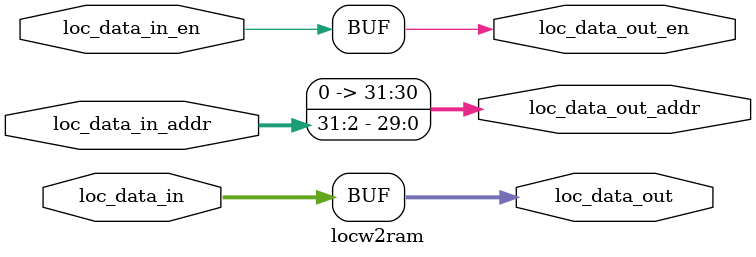
<source format=v>
`ifndef LOCW2RAM__V
`define LOCW2RAM__V
module locw2ram#(
    parameter LOC_AWIDTH = 32,
    parameter LOC_DWIDTH = 32

)(
    input loc_data_in_en,
    input [LOC_AWIDTH-1:0]  loc_data_in_addr,
    input [LOC_DWIDTH-1:0]  loc_data_in,

    output                      loc_data_out_en,
    output [LOC_AWIDTH-1:0]     loc_data_out_addr,
    output [LOC_DWIDTH-1:0]     loc_data_out
);
    assign loc_data_out_en = loc_data_in_en;
    assign loc_data_out_addr = loc_data_in_addr[LOC_AWIDTH-1:2];
    assign loc_data_out = loc_data_in;

endmodule
`endif //LOCW2RAM__V

</source>
